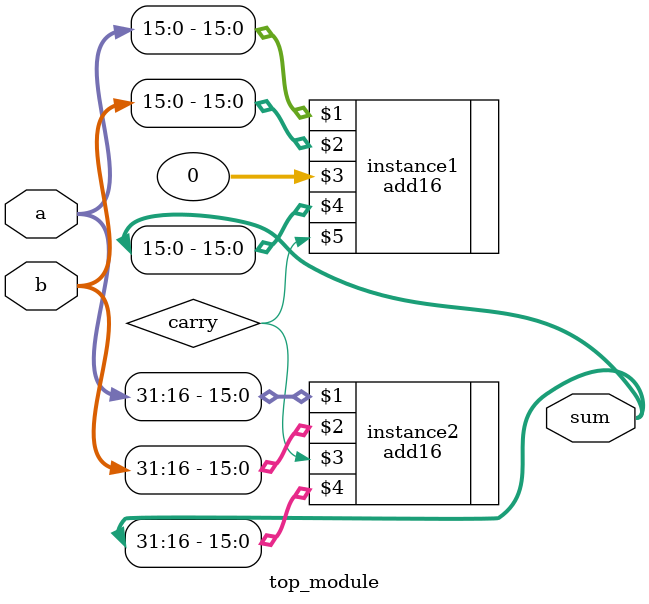
<source format=v>
module top_module(
    input [31:0] a,
    input [31:0] b,
    output [31:0] sum
);

// wire[15:0] lower;
// wire[31:16] upper;
wire carry;

add16 instance1(a[15:0], b[15:0], 0, sum[15:0], carry);
add16 instance2(a[31:16], b[31:16], carry, sum[31:16]);

endmodule

</source>
